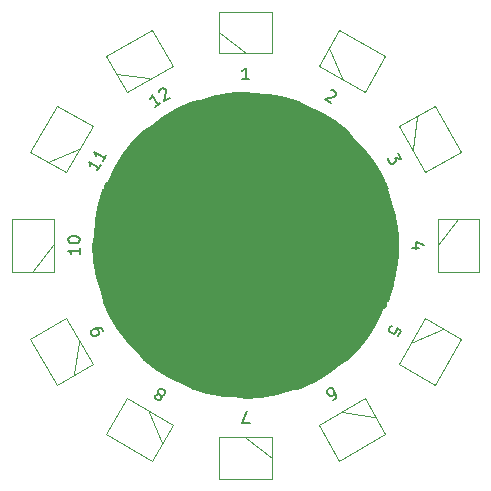
<source format=gbr>
G04 #@! TF.GenerationSoftware,KiCad,Pcbnew,(5.1.9)-1*
G04 #@! TF.CreationDate,2021-11-24T11:51:20+08:00*
G04 #@! TF.ProjectId,RGB-ring,5247422d-7269-46e6-972e-6b696361645f,rev?*
G04 #@! TF.SameCoordinates,Original*
G04 #@! TF.FileFunction,Legend,Top*
G04 #@! TF.FilePolarity,Positive*
%FSLAX46Y46*%
G04 Gerber Fmt 4.6, Leading zero omitted, Abs format (unit mm)*
G04 Created by KiCad (PCBNEW (5.1.9)-1) date 2021-11-24 11:51:20*
%MOMM*%
%LPD*%
G01*
G04 APERTURE LIST*
%ADD10C,22.000000*%
%ADD11C,0.150000*%
%ADD12C,0.100000*%
%ADD13C,0.120000*%
G04 APERTURE END LIST*
D10*
X104000000Y-93000000D02*
G75*
G03*
X104000000Y-93000000I-2000000J0D01*
G01*
D11*
X94797954Y-105725717D02*
X94856623Y-105814575D01*
X94874053Y-105879624D01*
X94867673Y-105985912D01*
X94843864Y-106027151D01*
X94755006Y-106085821D01*
X94689957Y-106103250D01*
X94583669Y-106096871D01*
X94418711Y-106001632D01*
X94360042Y-105912774D01*
X94342612Y-105847725D01*
X94348992Y-105741437D01*
X94372802Y-105700198D01*
X94461660Y-105641529D01*
X94526709Y-105624099D01*
X94632997Y-105630479D01*
X94797954Y-105725717D01*
X94904242Y-105732097D01*
X94969291Y-105714667D01*
X95058150Y-105655998D01*
X95153388Y-105491040D01*
X95159767Y-105384752D01*
X95142338Y-105319704D01*
X95083669Y-105230845D01*
X94918711Y-105135607D01*
X94812423Y-105129227D01*
X94747374Y-105146657D01*
X94658516Y-105205326D01*
X94563278Y-105370283D01*
X94556898Y-105476572D01*
X94574328Y-105541620D01*
X94632997Y-105630479D01*
X87952380Y-93190476D02*
X87952380Y-93761904D01*
X87952380Y-93476190D02*
X86952380Y-93476190D01*
X87095238Y-93571428D01*
X87190476Y-93666666D01*
X87238095Y-93761904D01*
X86952380Y-92571428D02*
X86952380Y-92476190D01*
X87000000Y-92380952D01*
X87047619Y-92333333D01*
X87142857Y-92285714D01*
X87333333Y-92238095D01*
X87571428Y-92238095D01*
X87761904Y-92285714D01*
X87857142Y-92333333D01*
X87904761Y-92380952D01*
X87952380Y-92476190D01*
X87952380Y-92571428D01*
X87904761Y-92666666D01*
X87857142Y-92714285D01*
X87761904Y-92761904D01*
X87571428Y-92809523D01*
X87333333Y-92809523D01*
X87142857Y-92761904D01*
X87047619Y-92714285D01*
X87000000Y-92666666D01*
X86952380Y-92571428D01*
X102333333Y-108047619D02*
X101666666Y-108047619D01*
X102095238Y-107047619D01*
X116714285Y-93190476D02*
X116047619Y-93190476D01*
X117095238Y-92952380D02*
X116380952Y-92714285D01*
X116380952Y-93333333D01*
X114857585Y-85162515D02*
X115167109Y-85698626D01*
X114670528Y-85600427D01*
X114741956Y-85724145D01*
X114748336Y-85830433D01*
X114730906Y-85895482D01*
X114672237Y-85984340D01*
X114466040Y-86103388D01*
X114359752Y-86109767D01*
X114294704Y-86092338D01*
X114205845Y-86033669D01*
X114062988Y-85786233D01*
X114056608Y-85679945D01*
X114074038Y-85614896D01*
X109203754Y-79890369D02*
X109268803Y-79872939D01*
X109375091Y-79879319D01*
X109581288Y-79998367D01*
X109639957Y-80087225D01*
X109657387Y-80152274D01*
X109651007Y-80258562D01*
X109603388Y-80341040D01*
X109490720Y-80440949D01*
X108710134Y-80650106D01*
X109246245Y-80959630D01*
X109383852Y-106119490D02*
X109548809Y-106024252D01*
X109607478Y-105935393D01*
X109624908Y-105870344D01*
X109635958Y-105699007D01*
X109581959Y-105510241D01*
X109391483Y-105180326D01*
X109302625Y-105121657D01*
X109237576Y-105104227D01*
X109131288Y-105110607D01*
X108966330Y-105205845D01*
X108907661Y-105294704D01*
X108890232Y-105359752D01*
X108896611Y-105466040D01*
X109015659Y-105672237D01*
X109104517Y-105730906D01*
X109169566Y-105748336D01*
X109275854Y-105741956D01*
X109440811Y-105646718D01*
X109499481Y-105557860D01*
X109516910Y-105492811D01*
X109510531Y-105386523D01*
X114930204Y-100705006D02*
X115168299Y-100292612D01*
X114779716Y-100013278D01*
X114797145Y-100078327D01*
X114790766Y-100184615D01*
X114671718Y-100390811D01*
X114582860Y-100449481D01*
X114517811Y-100466910D01*
X114411523Y-100460531D01*
X114205326Y-100341483D01*
X114146657Y-100252625D01*
X114129227Y-100187576D01*
X114135607Y-100081288D01*
X114254655Y-99875091D01*
X114343513Y-99816422D01*
X114408562Y-99798992D01*
X89937011Y-100213766D02*
X89841773Y-100048809D01*
X89752915Y-99990140D01*
X89687866Y-99972710D01*
X89516529Y-99961660D01*
X89327762Y-100015659D01*
X88997848Y-100206135D01*
X88939178Y-100294993D01*
X88921749Y-100360042D01*
X88928128Y-100466330D01*
X89023367Y-100631288D01*
X89112225Y-100689957D01*
X89177274Y-100707387D01*
X89283562Y-100701007D01*
X89489758Y-100581959D01*
X89548427Y-100493101D01*
X89565857Y-100428052D01*
X89559478Y-100321764D01*
X89464239Y-100156807D01*
X89375381Y-100098138D01*
X89310332Y-100080708D01*
X89204044Y-100087087D01*
X89721535Y-86166147D02*
X89435821Y-86661019D01*
X89578678Y-86413583D02*
X88712652Y-85913583D01*
X88788751Y-86067490D01*
X88823611Y-86197588D01*
X88817231Y-86303876D01*
X90197725Y-85341361D02*
X89912011Y-85836233D01*
X90054868Y-85588797D02*
X89188843Y-85088797D01*
X89264942Y-85242704D01*
X89299801Y-85372802D01*
X89293421Y-85479090D01*
X94786233Y-80962011D02*
X94291361Y-81247725D01*
X94538797Y-81104868D02*
X94038797Y-80238843D01*
X94027747Y-80410180D01*
X93992887Y-80540277D01*
X93934218Y-80629136D01*
X94663766Y-79987988D02*
X94681196Y-79922939D01*
X94739865Y-79834081D01*
X94946062Y-79715033D01*
X95052350Y-79708653D01*
X95117399Y-79726083D01*
X95206257Y-79784752D01*
X95253876Y-79867231D01*
X95284065Y-80014758D01*
X95074908Y-80795344D01*
X95611019Y-80485821D01*
X102285714Y-78952380D02*
X101714285Y-78952380D01*
X102000000Y-78952380D02*
X102000000Y-77952380D01*
X101904761Y-78095238D01*
X101809523Y-78190476D01*
X101714285Y-78238095D01*
D12*
X103100000Y-89400000D02*
X100900000Y-89400000D01*
X100900000Y-88200000D02*
X103100000Y-88200000D01*
X103100000Y-89400000D02*
X103100000Y-88200000D01*
X100900000Y-89400000D02*
X100900000Y-88200000D01*
D11*
X99000000Y-90000000D02*
X99000000Y-96000000D01*
X105000000Y-96000000D02*
X99000000Y-96000000D01*
X105000000Y-90000000D02*
X105000000Y-96000000D01*
X99000000Y-90000000D02*
X105000000Y-90000000D01*
D13*
X110150000Y-107127757D02*
X112905256Y-107500000D01*
X108185103Y-108204456D02*
X109935103Y-111235544D01*
X113814897Y-108995544D02*
X112064897Y-105964456D01*
X109935103Y-111235544D02*
X113814897Y-108995544D01*
X108185103Y-108204456D02*
X112064897Y-105964456D01*
X95814897Y-77795544D02*
X91935103Y-80035544D01*
X94064897Y-74764456D02*
X90185103Y-77004456D01*
X90185103Y-77004456D02*
X91935103Y-80035544D01*
X95814897Y-77795544D02*
X94064897Y-74764456D01*
X93850000Y-78872243D02*
X91094744Y-78500000D01*
X89035544Y-82935103D02*
X86795544Y-86814897D01*
X86004456Y-81185103D02*
X83764456Y-85064897D01*
X83764456Y-85064897D02*
X86795544Y-86814897D01*
X89035544Y-82935103D02*
X86004456Y-81185103D01*
X87872243Y-84850000D02*
X85300000Y-85905256D01*
X85750000Y-90760000D02*
X85750000Y-95240000D01*
X82250000Y-90760000D02*
X82250000Y-95240000D01*
X82250000Y-95240000D02*
X85750000Y-95240000D01*
X85750000Y-90760000D02*
X82250000Y-90760000D01*
X85700000Y-93000000D02*
X84000000Y-95200000D01*
X86795544Y-99185103D02*
X89035544Y-103064897D01*
X83764456Y-100935103D02*
X86004456Y-104814897D01*
X86004456Y-104814897D02*
X89035544Y-103064897D01*
X86795544Y-99185103D02*
X83764456Y-100935103D01*
X87872243Y-101150000D02*
X87500000Y-103905256D01*
X91935103Y-105964456D02*
X95814897Y-108204456D01*
X90185103Y-108995544D02*
X94064897Y-111235544D01*
X94064897Y-111235544D02*
X95814897Y-108204456D01*
X91935103Y-105964456D02*
X90185103Y-108995544D01*
X93850000Y-107127757D02*
X94905256Y-109700000D01*
X99760000Y-109250000D02*
X104240000Y-109250000D01*
X99760000Y-112750000D02*
X104240000Y-112750000D01*
X104240000Y-112750000D02*
X104240000Y-109250000D01*
X99760000Y-109250000D02*
X99760000Y-112750000D01*
X102000000Y-109300000D02*
X104200000Y-111000000D01*
X114964456Y-103064897D02*
X117204456Y-99185103D01*
X117995544Y-104814897D02*
X120235544Y-100935103D01*
X120235544Y-100935103D02*
X117204456Y-99185103D01*
X114964456Y-103064897D02*
X117995544Y-104814897D01*
X116127757Y-101150000D02*
X118700000Y-100094744D01*
X118250000Y-95240000D02*
X118250000Y-90760000D01*
X121750000Y-95240000D02*
X121750000Y-90760000D01*
X121750000Y-90760000D02*
X118250000Y-90760000D01*
X118250000Y-95240000D02*
X121750000Y-95240000D01*
X118300000Y-93000000D02*
X120000000Y-90800000D01*
X117204456Y-86814897D02*
X114964456Y-82935103D01*
X120235544Y-85064897D02*
X117995544Y-81185103D01*
X117995544Y-81185103D02*
X114964456Y-82935103D01*
X117204456Y-86814897D02*
X120235544Y-85064897D01*
X116127757Y-84850000D02*
X116500000Y-82094744D01*
X112064897Y-80035544D02*
X108185103Y-77795544D01*
X113814897Y-77004456D02*
X109935103Y-74764456D01*
X109935103Y-74764456D02*
X108185103Y-77795544D01*
X112064897Y-80035544D02*
X113814897Y-77004456D01*
X110150000Y-78872243D02*
X109094744Y-76300000D01*
X104240000Y-76750000D02*
X99760000Y-76750000D01*
X104240000Y-73250000D02*
X99760000Y-73250000D01*
X99760000Y-73250000D02*
X99760000Y-76750000D01*
X104240000Y-76750000D02*
X104240000Y-73250000D01*
X102000000Y-76700000D02*
X99800000Y-75000000D01*
D11*
X111270000Y-96810000D02*
X108730000Y-96810000D01*
X111270000Y-89190000D02*
X111270000Y-96810000D01*
X111270000Y-89190000D02*
X108730000Y-89190000D01*
X108730000Y-89190000D02*
X108730000Y-96810000D01*
X95270000Y-96810000D02*
X92730000Y-96810000D01*
X95270000Y-89190000D02*
X95270000Y-96810000D01*
X95270000Y-89190000D02*
X92730000Y-89190000D01*
X92730000Y-89190000D02*
X92730000Y-96810000D01*
M02*

</source>
